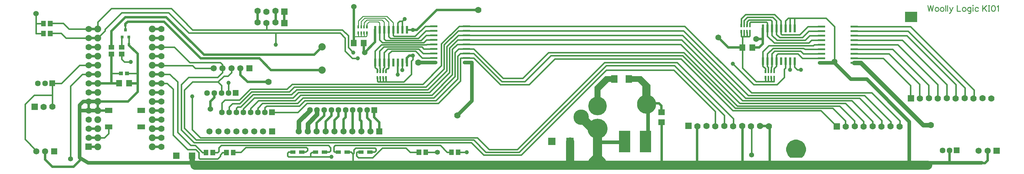
<source format=gbr>
G04 start of page 2 for group 0 idx 0 *
G04 Title: AYAB-RS_F, top *
G04 Creator: pcb 4.0.2 *
G04 CreationDate: Tue Aug 17 15:24:43 2021 UTC *
G04 For: tom *
G04 Format: Gerber/RS-274X *
G04 PCB-Dimensions (mil): 11000.00 1900.00 *
G04 PCB-Coordinate-Origin: lower left *
%MOIN*%
%FSLAX25Y25*%
%LNTOP*%
%ADD47C,0.1250*%
%ADD46C,0.0352*%
%ADD45C,0.0300*%
%ADD44C,0.0380*%
%ADD43C,0.0910*%
%ADD42C,0.0350*%
%ADD41C,0.1480*%
%ADD40C,0.0360*%
%ADD39C,0.1100*%
%ADD38C,0.0650*%
%ADD37C,0.0460*%
%ADD36C,0.0560*%
%ADD35C,0.2100*%
%ADD34C,0.0410*%
%ADD33C,0.0010*%
%ADD32C,0.0020*%
%ADD31C,0.0280*%
%ADD30C,0.0080*%
%ADD29C,0.0040*%
%ADD28C,0.1700*%
%ADD27C,0.2200*%
%ADD26C,0.2050*%
%ADD25C,0.0636*%
%ADD24C,0.0679*%
%ADD23C,0.0800*%
%ADD22C,0.0750*%
%ADD21C,0.0700*%
%ADD20C,0.0900*%
%ADD19C,0.1000*%
%ADD18C,0.0200*%
%ADD17C,0.0500*%
%ADD16C,0.0400*%
%ADD15C,0.0600*%
%ADD14C,0.0100*%
%ADD13C,0.0150*%
%ADD12C,0.0250*%
%ADD11C,0.0001*%
G54D11*G36*
X857500Y16000D02*X855000Y18500D01*
X853000Y23500D01*
Y26500D01*
X855000Y31500D01*
X857500Y34000D01*
X862500Y36000D01*
X865500D01*
X870500Y34000D01*
X873000Y31500D01*
X875000Y26500D01*
Y23500D01*
X873000Y18500D01*
X870500Y16000D01*
X857500D01*
G37*
G36*
X984000Y177000D02*X997500D01*
Y165500D01*
X984000D01*
Y177000D01*
G37*
G54D12*X95000Y148000D02*X85000D01*
X110000Y155500D02*Y137740D01*
G54D13*X95000Y148000D02*X103000Y156000D01*
G54D12*X139000Y130500D02*X129500Y140000D01*
Y141500D01*
G54D13*X129240Y149134D02*X129500Y148874D01*
Y141500D01*
X121760Y149134D02*X121500Y148874D01*
Y137740D01*
X95000Y165500D02*X110000Y180500D01*
X103000Y157500D02*X121500Y176000D01*
G54D12*X125500Y163500D02*X128000Y166000D01*
X125500Y171000D02*X110000Y155500D01*
G54D13*X103000Y156000D02*Y157500D01*
G54D12*X95000Y88000D02*X85000D01*
X95000Y108000D02*X85000D01*
X95000Y128000D02*X85000D01*
X95000Y138000D02*X85000D01*
Y118000D02*X95000D01*
G54D13*X65000Y95000D02*X78000Y108000D01*
X85000D01*
X55000Y98000D02*X75000Y118000D01*
X85000D01*
G54D12*X165000Y68000D02*X155000D01*
X165000Y58000D02*X155000D01*
X165000Y48000D02*X155000D01*
X165000Y28000D02*X155000D01*
X165000Y38000D02*X155000D01*
G54D13*X165500Y117500D02*X165000Y118000D01*
G54D12*X95055Y37945D02*X95000Y38000D01*
G54D13*X102500D01*
X107000Y42500D01*
G54D12*X85000Y78000D02*Y68000D01*
X95000Y78000D02*Y68000D01*
X85000Y78000D02*X84843Y78157D01*
G54D14*X95000Y68000D02*X95055Y68055D01*
G54D12*X107087D01*
X95000Y158000D02*X85000D01*
G54D13*X95000D02*Y165500D01*
X35260Y164393D02*X34867Y164000D01*
X27000D01*
Y153000D02*X35260D01*
X42740Y164393D02*X57107D01*
X63500Y158000D01*
X42740Y153393D02*X54607D01*
X63500Y158000D02*X84500D01*
X54607Y153393D02*X60000Y148000D01*
X85500D01*
X27000Y153000D02*Y175000D01*
X107000Y42500D02*Y50000D01*
X120457Y109000D02*X110000D01*
G54D12*Y129867D02*Y98000D01*
G54D13*X121500Y130260D02*Y124500D01*
X124500Y121500D01*
X127149Y109000D02*X139000D01*
G54D12*Y88500D02*Y109000D01*
Y130500D01*
G54D13*X124500Y121500D02*X131500D01*
G54D12*X85000Y98000D02*X118489D01*
X95000Y78000D02*X128500D01*
G54D13*X139000Y98000D02*X129511D01*
G54D12*X139000D02*X130000D01*
X128500Y78000D02*X139000Y88500D01*
G54D15*X199000Y18000D02*Y10000D01*
G54D13*X227000Y14500D02*X207500D01*
X206500Y15500D01*
X228500Y23000D02*X227000Y21500D01*
X232500D02*X230000Y19000D01*
Y17500D01*
X227000Y14500D01*
Y21500D02*X221740D01*
X206500Y15500D02*Y21500D01*
X203000Y25000D01*
X194000D01*
X210500Y21500D02*X214260D01*
X203500Y35500D02*X190500Y48500D01*
X194000Y25000D02*X178000Y41000D01*
X183000Y44000D02*X197500Y29500D01*
X202500D01*
X244240Y21893D02*X252893D01*
X236760D02*X236367Y21500D01*
X232500D01*
X228500Y27000D02*X231000Y29500D01*
X199000Y47000D02*X208000Y38000D01*
X187000Y46500D02*X201000Y32500D01*
X178000Y41000D02*Y91500D01*
X187000Y96500D02*Y46500D01*
X183000Y99500D02*Y44000D01*
X199000Y47000D02*Y83500D01*
X190500Y48500D02*Y90500D01*
X199500Y99500D01*
X227500D01*
X239000Y98500D02*Y88331D01*
X239500Y87831D01*
X227500Y99500D02*X231500Y95500D01*
Y87331D01*
X231000Y86831D01*
X247630Y66000D02*Y70630D01*
X239756Y66000D02*Y71756D01*
X243500Y75500D01*
X251500D01*
X235000Y79500D02*X251000D01*
X247630Y70630D02*X249000Y72000D01*
X252500D01*
G54D12*X223378Y87831D02*Y82378D01*
X219000Y78000D01*
Y69500D01*
G54D13*X231882Y66000D02*Y76382D01*
X235000Y79500D01*
G54D12*X165000Y118000D02*X155000D01*
X165000Y108000D02*X155000D01*
X165000Y98000D02*X155000D01*
X165000Y88000D02*X155000D01*
X165000Y78000D02*X155000D01*
G54D13*X178000Y91500D02*X171500Y98000D01*
X166000D01*
G54D12*X165000Y158000D02*X155000D01*
X271000Y176000D02*Y167000D01*
G54D13*X176000Y180500D02*X183000Y173500D01*
X173000Y176000D02*X195500Y153500D01*
X183000Y173500D02*X187000Y169500D01*
G54D12*X125500Y163500D02*Y161500D01*
G54D13*Y157007D02*Y163000D01*
X110000Y180500D02*X176000D01*
X121500Y176000D02*X173000D01*
G54D12*X128000Y166000D02*X168000D01*
X170500Y171000D02*X125500D01*
G54D13*X266000Y157000D03*
X199500D02*X266000D01*
X187000Y169500D02*X199500Y157000D01*
X165000Y108000D02*X174500D01*
X202500Y114500D02*X199500Y117500D01*
X165500D01*
X174500Y108000D02*X183000Y99500D01*
X187000Y96500D02*X195000Y104500D01*
X227000D01*
X222630Y114500D02*X202500D01*
G54D12*X165000Y148000D02*X155000D01*
X165000Y138000D02*X155000D01*
X165000Y128000D02*X155000D01*
X109607Y130260D02*X110000Y129867D01*
X168000Y166000D02*X208500Y125500D01*
X212000Y129500D02*X170500Y171000D01*
G54D13*X165000Y138000D02*X179500D01*
X196500Y121000D01*
X252500Y72000D02*X266000Y85500D01*
X251500Y75500D02*X264500Y88500D01*
X251000Y79500D02*X263000Y91500D01*
G54D12*X252157Y107343D02*X260000Y99500D01*
X283000D01*
G54D13*X227000Y104500D02*X232500Y110000D01*
Y114500D01*
G54D12*X252157D02*Y107343D01*
G54D13*X242315Y114500D02*Y109815D01*
X238500Y106000D01*
X234000D01*
X227500Y99500D01*
G54D12*X291000Y176000D02*Y166000D01*
G54D13*X281000D02*Y157000D01*
X232500Y114500D02*X233000Y115000D01*
G54D12*X232500Y125500D02*X273000D01*
X278000Y129500D02*X212000D01*
X273000Y125500D02*X285800Y112700D01*
X300500Y164500D02*Y177000D01*
G54D13*X232315Y115685D02*Y114500D01*
X232500Y118500D02*X232472Y114500D01*
G54D12*X208500Y125500D02*X232500D01*
D03*
G54D13*X196500Y121000D02*X230000D01*
X232500Y118500D01*
X291000Y140500D02*Y153500D01*
G54D12*X95000Y28000D02*X85000D01*
X95000Y38000D02*X85000D01*
Y48000D02*X95000D01*
G54D13*X65000Y14500D02*Y95000D01*
G54D16*X75000Y16000D02*X84400Y10100D01*
G54D12*X37000Y24000D02*Y14000D01*
X45000Y6000D01*
X68500D01*
X76750Y14250D01*
G54D16*X95000Y78000D02*X79000D01*
X95000Y68000D02*X75000D01*
X79000Y78000D02*X75000Y74000D01*
Y16000D02*Y74000D01*
G54D13*X27157Y24000D02*X15000Y36157D01*
Y75000D01*
X29126Y97000D02*X29000Y96874D01*
X15000Y75000D02*X25000Y85000D01*
X44874Y98000D02*X45000Y97874D01*
X44874Y98000D02*X55000D01*
X44874Y99000D02*X45185Y98689D01*
Y72172D01*
X25000Y85000D02*X45185D01*
G54D16*X701000Y75000D02*Y35000D01*
G54D12*X715607Y54989D02*X716000Y54596D01*
Y10000D01*
X715607Y66011D02*Y73393D01*
X713000Y76000D01*
X704500D01*
X696000Y97000D02*Y79500D01*
X697500Y77000D02*Y98000D01*
X696000Y79500D02*X698500Y77000D01*
X699500Y75000D02*X697500Y77000D01*
X698500D02*X702500Y81000D01*
Y95500D01*
X701000Y94000D02*Y84000D01*
X699500Y92000D02*Y75000D01*
G54D13*X733000Y121000D02*X795000Y59000D01*
X729500Y112500D02*X775000Y67000D01*
X785000Y62500D02*X730000Y117500D01*
X797000Y70500D02*X739000Y128500D01*
X740500Y132000D02*X799500Y73000D01*
X737500Y125000D02*X794500Y68000D01*
X802000Y76000D02*X737000Y141000D01*
X805000Y79000D02*X738000Y146000D01*
X804989Y137489D02*Y115011D01*
X811500Y84500D02*X740000Y156000D01*
X807000Y149500D02*X806850Y149650D01*
Y154500D01*
X805000Y149500D02*X804989Y137500D01*
G54D12*X778500Y148500D02*X789500Y137500D01*
X804989D01*
G54D13*X803701Y154500D02*Y149799D01*
X804000Y149500D01*
X810000D02*Y154500D01*
X653000Y121000D02*X733000D01*
X655000Y112500D02*X729500D01*
X730000Y117500D02*X655000D01*
G54D12*X689500Y103500D02*X696000Y97000D01*
X702500Y95500D02*X694500Y103500D01*
X693500Y104500D02*X698500Y99500D01*
X697500Y98000D02*X692000Y103500D01*
X690000D01*
X691500D01*
X680000D02*X689500D01*
X680000D02*X681000Y104500D01*
X693500D01*
X680000Y103500D02*Y101000D01*
X690500D01*
X699500Y92000D01*
X691500Y103500D02*X701000Y94000D01*
X664000Y103500D02*X661500Y101000D01*
X663500Y104000D02*Y103000D01*
X661000D01*
X660500Y102500D01*
X661500Y101000D02*X658000D01*
X657500D02*X662000D01*
X658000D02*X659500Y104500D01*
X663000D01*
X663500Y104000D01*
X665500Y104500D02*X654500D01*
X658000Y104000D02*X657500Y104500D01*
X655500D01*
X1072000Y10000D02*X1075000Y13000D01*
Y23000D02*Y13000D01*
X1068400Y10100D02*X1072000Y10000D01*
G54D13*X990000Y160500D02*X1060000Y90500D01*
Y81000D01*
X1050000D02*Y93000D01*
X1040000Y96500D02*Y81000D01*
X1030000D02*Y96500D01*
X1050000Y93000D02*X987500Y155500D01*
X986000Y150500D02*X1040000Y96500D01*
X1030000D02*X981000Y145500D01*
G54D17*X1001000Y55000D02*X1004000Y52000D01*
X1012500D01*
G54D13*X987500Y155500D02*X928000D01*
Y150500D02*X986000D01*
X981000Y145500D02*X928000D01*
Y140500D02*X976000D01*
X970500Y135500D02*X928000D01*
Y130500D02*X966500D01*
X1020000Y96500D02*Y81000D01*
X1010000D02*Y96000D01*
X1000000Y97000D02*Y81000D01*
X990000D02*Y95500D01*
X976000Y140500D02*X1020000Y96500D01*
X1010000Y96000D02*X970500Y135500D01*
X966500Y130500D02*X1000000Y97000D01*
X990000Y95500D02*X960000Y125500D01*
X928000Y160500D02*X990000D01*
G54D17*X928000Y120500D02*X935269Y120563D01*
G54D16*X942000Y102500D02*X924500D01*
X906000Y121000D01*
X988750Y55750D02*X942000Y102500D01*
G54D13*X918500Y51000D02*Y56500D01*
X904500Y70500D01*
X912000Y73000D02*X928500Y56500D01*
Y51000D01*
X938500D02*Y56000D01*
X918500Y76000D01*
G54D12*X825000Y51000D02*X835000D01*
G54D13*X775000Y67000D02*Y51000D01*
X785000D02*Y62500D01*
X795000Y59000D02*Y51000D01*
X815000D02*Y19000D01*
G54D12*X835000Y51000D02*Y11000D01*
X805000Y51000D02*Y11000D01*
X755000Y51000D02*Y11000D01*
G54D13*X904500Y70500D02*X797000D01*
X799500Y73000D02*X912000D01*
X918500Y76000D02*X802000D01*
X739000Y151000D02*X808500Y81500D01*
X741500Y161000D02*X815000Y87500D01*
X794500Y119500D02*X817500Y96500D01*
X804989Y115011D02*X820000Y100000D01*
X804000Y149500D02*X812500D01*
X813150Y150150D01*
Y154500D01*
X948500Y51000D02*Y56000D01*
X958500Y57000D02*Y51000D01*
X968500D02*Y55500D01*
X948500Y56000D02*X925500Y79000D01*
X934000Y81500D02*X958500Y57000D01*
X968500Y55500D02*X939500Y84500D01*
X925500Y79000D02*X805000D01*
X808500Y81500D02*X934000D01*
X939500Y84500D02*X811500D01*
X815000Y87500D02*X947500D01*
X978500Y56500D01*
Y51000D01*
X847500Y159700D02*Y152500D01*
X877000Y160500D02*X892000D01*
X868000Y151500D02*X877000Y160500D01*
X960000Y125500D02*X928000D01*
X832500Y159700D02*Y150000D01*
X842500Y159700D02*Y152000D01*
X837500Y159700D02*Y151000D01*
G54D12*X827500Y158600D02*Y141500D01*
X823500Y137500D01*
X816011D01*
X820000Y147000D02*X827500D01*
G54D13*X836650Y100150D02*Y104500D01*
X839800Y100000D02*Y100200D01*
Y104500D01*
X843000Y96500D02*X851000Y104500D01*
Y113500D01*
X852500Y115000D01*
Y122400D02*Y115000D01*
X817500Y96500D02*X843000D01*
X820000Y100000D02*X830351D01*
X832500Y150000D02*X840000Y142500D01*
X837500Y151000D02*X843000Y145500D01*
X827500Y123500D02*Y133000D01*
X834000Y139500D01*
X838700Y136700D02*X832500Y130500D01*
X840500Y133500D02*X837500Y130500D01*
X846000Y148500D02*X842500Y152000D01*
X889000Y135500D02*X874000D01*
X889000Y130500D02*X884000D01*
X877500D01*
X872000D01*
X869000Y133500D01*
X874000Y135500D02*X872000Y136700D01*
X871000Y125500D02*X892000D01*
G54D16*X906500Y120500D02*X892000D01*
X895000D02*X890000D01*
G54D13*X866000Y130500D02*X871000Y125500D01*
X862500D02*Y116000D01*
X865500Y113000D01*
X869500D01*
X857500Y125500D02*Y113000D01*
X832500Y130500D02*Y120400D01*
X833500Y112193D02*Y115500D01*
X832500Y116500D01*
Y120500D01*
X837500Y130500D02*Y120400D01*
X842500Y123000D02*Y129000D01*
X844000Y130500D01*
X837500Y122400D02*Y116500D01*
X836650Y115650D01*
Y111193D01*
X839800D02*Y114300D01*
X842500Y117000D01*
Y123000D01*
X827500Y123500D02*Y117000D01*
X830351Y114149D01*
Y111193D01*
Y104500D02*Y100149D01*
X830500Y100000D01*
X839800D01*
X833500D02*Y104500D01*
X836500Y100000D02*X836650Y100150D01*
X840000Y142500D02*X878000D01*
X843000Y145500D02*X874000D01*
X834000Y139500D02*X883000D01*
X871000Y148500D02*X846000D01*
X848500Y151500D02*X868000D01*
X883000Y139500D02*X884000Y140500D01*
X872000Y136700D02*X838700D01*
X869000Y133500D02*X840500D01*
X844000Y130500D02*X866000D01*
X878000Y142500D02*X881000Y145500D01*
X881400Y155500D02*X892000D01*
X874000Y145500D02*X879000Y150500D01*
X886000D01*
X897000Y170000D02*X906500Y160500D01*
Y120500D01*
X881000Y145500D02*X892000D01*
X889000Y150500D02*X885500D01*
X884000Y140500D02*X892000D01*
X862500Y170000D02*Y158600D01*
X857500D02*Y170000D01*
X897000D02*X855500D01*
X852500Y167000D01*
Y158600D01*
X847500Y152500D02*X848500Y151500D01*
X831500Y165500D02*X832500Y164500D01*
X837500Y166500D02*Y162000D01*
X842500Y167000D02*Y162000D01*
X832500Y164500D02*Y160000D01*
X836000Y168000D02*X837500Y166500D01*
X838500Y171000D02*X842500Y167000D01*
X840500Y174000D02*X847500Y167000D01*
Y162000D01*
X814000Y165500D02*X831500D01*
X812000Y168000D02*X836000D01*
X810500Y171000D02*X838500D01*
X808500Y174000D02*X840500D01*
X810000Y166000D02*X812000Y168000D01*
X813150Y161193D02*Y164650D01*
X814000Y165500D01*
X810000Y161193D02*Y166000D01*
X806850Y161193D02*Y167350D01*
X810500Y171000D01*
X803701Y161193D02*Y169201D01*
X808500Y174000D01*
X352500Y17000D02*X305000D01*
X358860Y22100D02*X355900D01*
X355000Y23000D01*
X329500Y20500D02*Y17000D01*
X324100Y22100D02*X326000Y24000D01*
Y26000D01*
X324800Y27200D01*
X349900Y22100D02*X351500Y23700D01*
Y27000D01*
X308860Y22100D02*X305100D01*
X304000Y21000D01*
Y18000D01*
X305000Y17000D01*
X367760Y22100D02*X373900D01*
X376000Y20000D01*
X343760Y22100D02*X349900D01*
X334000Y22000D02*X331000D01*
X329500Y20500D01*
X456240Y22393D02*X456633Y22000D01*
X462000D01*
X469000D01*
X203500Y35500D02*X509000D01*
X208000Y38000D02*X513000D01*
X201000Y32500D02*X506500D01*
X320760Y22100D02*X324100D01*
X408500Y26700D02*X434300D01*
X439000Y22000D01*
X351500Y27000D02*X349000Y29500D01*
X231000D02*X349000D01*
X202500D02*X210500Y21500D01*
X228500Y23000D02*Y27000D01*
X324800Y27200D02*X258200D01*
X252893Y21893D01*
X399900Y22100D02*X401500Y23700D01*
Y25700D01*
X400500Y26700D01*
X379200D01*
X377000Y24500D01*
G54D17*X336508Y63508D02*X326343Y53343D01*
X328634Y68000D02*X316500Y55866D01*
X336508Y68000D02*Y63508D01*
X316500Y55866D02*Y45000D01*
G54D12*X344382Y68000D02*Y62382D01*
X336185Y54185D01*
X352256Y68000D02*Y62256D01*
X346028Y56028D01*
Y45000D01*
X360130Y68000D02*Y61630D01*
X368004Y68000D02*Y60504D01*
X365713Y58213D01*
Y45000D01*
X375878Y68000D02*Y46378D01*
X360130Y61630D02*X355870Y57370D01*
X336185Y54185D02*Y45000D01*
G54D17*X326343Y53343D02*Y45000D01*
G54D16*X491000Y62500D02*X507000Y78500D01*
G54D13*X315500Y66000D02*X287000D01*
X281000Y73000D02*X317000D01*
X276500Y76000D02*X315000D01*
X279126Y66000D02*Y71126D01*
X281000Y73000D01*
X271252Y70752D02*X276500Y76000D01*
X279000Y66126D02*X279126Y66000D01*
X263500Y66500D02*X264000Y66000D01*
X271252D02*Y70752D01*
X263378Y66000D02*Y70378D01*
X272000Y79000D01*
X255504Y70004D02*X267500Y82000D01*
X272000Y79000D02*X312500D01*
X267500Y82000D02*X310000D01*
X266000Y85500D02*X308500D01*
X264500Y88500D02*X306000D01*
X263000Y91500D02*X303500D01*
X255504Y66000D02*Y70004D01*
X376000Y20000D02*Y10000D01*
X383860Y22100D02*X380600D01*
X380000Y21500D01*
Y18000D01*
X382000Y16000D01*
X376000Y20000D02*X377000Y21000D01*
G54D12*X355870Y57370D02*Y45000D01*
X385398Y56102D02*Y45000D01*
X375878Y46378D02*X375000Y45500D01*
G54D13*X393760Y22100D02*X399900D01*
X382000Y16000D02*X397800D01*
X408500Y26700D01*
X377000Y21000D02*Y24500D01*
X456500Y94000D02*X311500D01*
X314000Y91000D02*X458500D01*
X460500Y88000D02*X316000D01*
X306000Y88500D02*X311500Y94000D01*
X453000Y97000D02*X309000D01*
X303500Y91500D02*X309000Y97000D01*
G54D12*X399500Y68000D02*Y60500D01*
X405083Y54917D01*
Y45000D01*
X391626Y68000D02*Y59874D01*
X395240Y56260D01*
Y45000D01*
X383752Y68000D02*Y57748D01*
X385398Y56102D01*
G54D13*X318500Y85000D02*X463000D01*
X465000Y82000D02*X321000D01*
X467500Y79000D02*X323000D01*
X470000Y76000D02*X325500D01*
X315000D02*X321000Y82000D01*
X312500Y79000D02*X318500Y85000D01*
X315500Y66000D02*X325500Y76000D01*
X317000Y73000D02*X323000Y79000D01*
X310000Y82000D02*X316000Y88000D01*
X308500Y85500D02*X314000Y91000D01*
G54D12*X285800Y112700D02*X342000D01*
G54D13*X402953Y111000D02*Y113147D01*
Y104307D02*X402900Y104254D01*
Y100500D01*
X403800Y99600D01*
X406200D02*X406102Y99698D01*
Y104307D01*
X403800Y99600D02*X432200D01*
X440500Y107900D01*
X409200Y99600D02*X409252Y99652D01*
Y104307D01*
X412400Y99600D02*X412402Y99602D01*
Y104307D01*
X462000Y136000D02*X454200D01*
X452000Y138200D01*
X444900Y133600D02*X452500Y126000D01*
X453400Y131000D02*X448500Y135900D01*
X462000Y131000D02*X453400D01*
X495000Y126000D02*X509000D01*
G54D16*X506500Y121000D02*X499000D01*
X462000D02*X467000D01*
G54D13*X495000Y126000D02*X494500Y125500D01*
X493000Y161000D02*X473500Y141500D01*
X498000Y156000D02*X492000D01*
X476500Y140500D01*
X479500Y138500D02*X492000Y151000D01*
X498000Y146000D02*X491500D01*
X491000Y141000D02*X501000D01*
X492000Y151000D02*X501000D01*
X491500Y146000D02*X482500Y137000D01*
X485500Y135500D02*X491000Y141000D01*
X492500Y136000D02*X488500Y132000D01*
X491500Y128000D02*X494500Y131000D01*
G54D12*X468500Y179000D02*X513500D01*
G54D13*X452500Y126000D02*X465000D01*
X473500Y117500D02*X453000Y97000D01*
X482500Y110000D02*X460500Y88000D01*
X463000Y85000D02*X485500Y107500D01*
X488500Y105500D02*X465000Y82000D01*
X467500Y79000D02*X491500Y103000D01*
X494500Y100500D02*X470000Y76000D01*
G54D16*X507000Y78500D02*Y121000D01*
G54D13*X476500Y114000D02*X456500Y94000D01*
X458500Y91000D02*X479500Y112000D01*
X491500Y103000D02*Y128000D01*
X488500Y132000D02*Y105500D01*
X485500Y107500D02*Y135500D01*
X494500Y125500D02*Y100500D01*
X482500Y137000D02*Y110000D01*
X479500Y112000D02*Y138500D01*
X476500Y140500D02*Y114000D01*
X473500Y141500D02*Y117500D01*
X462000Y151000D02*X458500D01*
X456400Y156000D02*X465000D01*
X455600Y161000D02*X465000D01*
X457000Y146000D02*X465000D01*
X456700Y151000D02*X459000D01*
X457000Y140500D02*X457500Y141000D01*
X465000D01*
X454000Y143000D02*X457000Y146000D01*
X451000Y145300D02*X456700Y151000D01*
X449000Y148600D02*X456400Y156000D01*
X445500Y150900D02*X455600Y161000D01*
X448950Y148550D02*X448000Y147600D01*
X444500Y149900D02*X446100Y151500D01*
X435500Y160200D02*Y157000D01*
X433000Y169000D02*X430500Y166500D01*
Y157100D01*
G54D18*X435600Y157000D02*X442000D01*
G54D12*X446500D01*
G54D16*X465000Y121000D02*X448000D01*
G54D13*X430500Y112500D02*Y120900D01*
X440500Y107900D02*Y122700D01*
X442000Y124200D01*
Y128500D01*
G54D12*X438000D01*
X435500Y126000D01*
Y120900D01*
G54D13*Y157100D02*X435600Y157000D01*
X266000D02*X364500D01*
G54D12*X278000Y129500D02*X333350Y129650D01*
X342000Y138300D01*
G54D14*X388300Y149800D02*Y153614D01*
G54D12*X389000Y132000D02*X400500Y143500D01*
G54D14*X385000Y149500D02*X385150Y149650D01*
X382000Y149500D02*X382001Y149501D01*
G54D13*X371000Y150500D02*Y137500D01*
X376500Y132000D01*
D03*
X367500Y148000D02*Y133500D01*
G54D14*X385150Y149650D02*Y153614D01*
X382001Y149501D02*Y153614D01*
G54D13*X364500Y157000D02*X371000Y150500D01*
X362000Y153500D02*X367500Y148000D01*
G54D12*X389000Y132000D02*X388011Y132989D01*
Y139700D01*
G54D14*X391450Y153614D02*X391500Y153564D01*
Y150500D01*
X390500Y149500D01*
X388000D02*X388300Y149800D01*
X390500Y149500D02*X378000D01*
X376989Y148489D01*
Y142500D01*
G54D13*X367500Y133500D02*X375500Y125500D01*
X381500D01*
X421500Y149900D02*X444500D01*
X407500Y140500D02*X457000D01*
X452000Y138200D02*X410200D01*
X448500Y135900D02*X414400D01*
X418600Y133600D02*X444900D01*
X400500Y124000D02*Y133500D01*
X405500D02*Y120900D01*
X410500Y132000D02*Y120900D01*
X415500Y124000D02*Y130500D01*
X418600Y133600D01*
X400500Y133500D02*X407500Y140500D01*
X410200Y138200D02*X405500Y133500D01*
X414400Y135900D02*X410500Y132000D01*
G54D18*X425500Y120900D02*Y114500D01*
G54D13*X405600Y114400D02*Y116000D01*
D03*
Y118602D01*
X402953Y113147D02*X400500Y115600D01*
Y120900D01*
X409252Y114252D02*X410600Y115600D01*
Y116400D01*
D03*
Y118602D01*
X413600Y114400D02*X414800D01*
X415500Y115100D01*
Y120900D01*
G54D18*X425500Y114500D02*Y107500D01*
G54D13*X406102Y111000D02*X406200Y111098D01*
Y113800D01*
X405600Y114400D01*
X409252Y111000D02*Y114252D01*
X412402Y111000D02*X412400Y111002D01*
Y113200D01*
X413600Y114400D01*
G54D14*X391450Y160307D02*X391500Y160357D01*
G54D12*X400500Y143500D02*Y157100D01*
G54D14*X391500Y160357D02*Y163500D01*
X388300Y160307D02*Y164800D01*
X391500Y168000D01*
Y163500D02*X394000Y166000D01*
X404000D01*
X391500Y168000D02*X408000D01*
X389000Y170000D02*X411000D01*
X387000Y172000D02*X413500D01*
X385150Y160307D02*Y166150D01*
X382001Y160307D02*Y167001D01*
X385150Y166150D02*X389000Y170000D01*
X382001Y167001D02*X387000Y172000D01*
G54D12*X376989Y142500D02*X377000Y182500D01*
G54D14*X404000Y166000D02*X405500Y164500D01*
Y158500D01*
X408000Y168000D02*X410500Y165500D01*
Y157500D01*
X411000Y170000D02*X415500Y165500D01*
X413500Y172000D02*X420500Y165000D01*
Y159500D01*
X415500Y165500D02*Y159000D01*
G54D12*X446500Y157000D02*X468500Y179000D01*
G54D13*X430500Y166500D02*X427500D01*
X425500Y164500D01*
Y157100D01*
G54D12*X645500Y48000D02*X643000Y45500D01*
G54D13*X355000Y23000D02*Y28000D01*
X356500Y29500D01*
X472240D01*
G54D16*X84400Y10100D02*X1068400D01*
G54D19*X1009000Y7500D02*X202000D01*
G54D13*X472240Y29500D02*X479740Y22000D01*
X484500D01*
X520000Y19000D02*X561500D01*
X526000Y25000D02*X557000D01*
X501500Y22000D02*X491980D01*
X506500Y32500D02*X520000Y19000D01*
X559000Y22000D02*X522500D01*
X509000Y35500D01*
X513000Y38000D02*X526000Y25000D01*
X439000Y22000D02*X448760D01*
G54D16*X645500Y33000D02*X668000D01*
G54D12*X1032874Y23500D02*X1033000Y23374D01*
Y10000D01*
G54D16*X988750Y55750D02*Y9250D01*
X988500Y9000D01*
X675100Y33000D02*X645500D01*
G54D13*X563000Y103500D02*X591500Y132000D01*
X594000Y128500D02*X565500Y100000D01*
G54D17*X935436Y120564D02*X1001000Y55000D01*
G54D13*X598500Y125000D02*X737500D01*
X570000Y96500D02*X598500Y125000D01*
X891500Y68000D02*X908500Y51000D01*
X794500Y68000D02*X891500D01*
X540000Y100000D02*X509000Y131000D01*
Y136000D02*X541500Y103500D01*
X563000D01*
X538500Y96500D02*X509000Y126000D01*
X491000Y141000D02*X737000D01*
X738000Y146000D02*X491500D01*
X492000Y151000D02*X739000D01*
X740000Y156000D02*X492000D01*
X493000Y161000D02*X741500D01*
X591500Y132000D02*X740500D01*
X739000Y128500D02*X594000D01*
X565500Y100000D02*X540000D01*
X538500Y96500D02*X570000D01*
X195500Y153500D02*X362000D01*
G54D12*X645500Y48000D02*X648000Y45500D01*
G54D19*X645500Y48000D02*Y11500D01*
X645000Y11000D01*
X645500Y48000D02*Y16500D01*
Y48000D02*Y15500D01*
Y16500D02*X640000Y11000D01*
X645500Y15500D02*X650000Y11000D01*
G54D16*X645500Y48000D02*X646000Y47500D01*
G54D19*X627500Y60500D02*X641500Y46500D01*
X647000D01*
G54D20*X615000Y34000D02*Y9500D01*
G54D12*X645500Y89000D02*X657500Y101000D01*
X654500Y104500D02*X643500Y93500D01*
G54D13*X561500Y19000D02*X655000Y112500D01*
Y117500D02*X559000Y22000D01*
X557000Y25000D02*X653000Y121000D01*
G54D12*X645500Y73000D02*Y94500D01*
X643500Y93500D02*Y79500D01*
X645500Y77500D01*
X647500Y79500D01*
Y93500D01*
X658000Y104000D01*
X655500Y104500D02*X645500Y94500D01*
G54D13*X494500Y131000D02*X509000D01*
X492500Y136000D02*X509000D01*
X405500Y160200D02*Y146000D01*
X871000Y148500D02*X878000Y155500D01*
X881500D01*
X405500Y146000D02*X408500Y143000D01*
X410500Y160200D02*Y146800D01*
X412000Y145300D01*
X408500Y143000D02*X454000D01*
X412000Y145300D02*X451000D01*
X448000Y147600D02*X417500D01*
X415500Y160200D02*Y149600D01*
X420500Y160200D02*Y150900D01*
X417500Y147600D02*X415500Y149600D01*
X420500Y150900D02*X421500Y149900D01*
G54D14*X1009000Y183900D02*X1010523Y177500D01*
X1012048Y183900D02*X1010523Y177500D01*
X1012048Y183900D02*X1013571Y177500D01*
X1015094Y183900D02*X1013571Y177500D01*
X1018538Y181767D02*X1017926Y181465D01*
X1017317Y180855D01*
X1017014Y179942D01*
Y179330D01*
X1017317Y178417D01*
X1017926Y177807D01*
X1018538Y177502D01*
X1019451D01*
X1020061Y177807D01*
X1020669Y178417D01*
X1020974Y179330D01*
Y179942D02*Y179330D01*
Y179942D02*X1020669Y180855D01*
X1020061Y181465D01*
X1019451Y181767D01*
X1018538D02*X1019451D01*
X1024418D02*X1023806Y181465D01*
X1023197Y180855D01*
X1022894Y179942D01*
Y179330D01*
X1023197Y178417D01*
X1023806Y177807D01*
X1024418Y177502D01*
X1025331D01*
X1025941Y177807D01*
X1026549Y178417D01*
X1026854Y179330D01*
Y179942D02*Y179330D01*
Y179942D02*X1026549Y180855D01*
X1025941Y181465D01*
X1025331Y181767D01*
X1024418D02*X1025331D01*
X1028774Y183900D02*Y177500D01*
X1030694Y183900D02*Y177500D01*
X1032918Y181767D02*X1034747Y177502D01*
X1036576Y181767D02*X1034747Y177502D01*
X1034138Y176284D01*
X1033530Y175673D01*
X1032918Y175367D01*
X1032614D02*X1032918D01*
X1041376Y183900D02*Y177500D01*
X1045032D01*
X1048475Y181767D02*X1047864Y181465D01*
X1047254Y180855D01*
X1046952Y179942D01*
Y179330D01*
X1047254Y178417D01*
X1047864Y177807D01*
X1048475Y177502D01*
X1049389D01*
X1049998Y177807D01*
X1050606Y178417D01*
X1050912Y179330D01*
Y179942D02*Y179330D01*
Y179942D02*X1050606Y180855D01*
X1049998Y181465D01*
X1049389Y181767D01*
X1048475D02*X1049389D01*
X1056490D02*Y176894D01*
X1056184Y175978D01*
X1055878Y175673D01*
X1055270Y175370D01*
X1054355D02*X1055270D01*
X1054355D02*X1053747Y175673D01*
X1056490Y180855D02*X1055878Y181465D01*
X1055270Y181767D01*
X1054355D02*X1055270D01*
X1054355D02*X1053747Y181465D01*
X1053136Y180855D01*
X1052832Y179942D01*
Y179330D01*
X1053136Y178417D01*
X1053747Y177807D01*
X1054355Y177502D01*
X1055270D01*
X1055878Y177807D01*
X1056490Y178417D01*
X1058714Y181782D02*Y177516D01*
X1058410Y183916D02*X1058714Y183610D01*
X1059019Y183916D01*
X1058714Y184220D01*
X1058410Y183916D01*
X1064597Y180855D02*X1063986Y181465D01*
X1063378Y181767D01*
X1062462D02*X1063378D01*
X1062462D02*X1061854Y181465D01*
X1061243Y180855D01*
X1060939Y179942D01*
Y179330D01*
X1061243Y178417D01*
X1061854Y177807D01*
X1062462Y177502D01*
X1063378D01*
X1063986Y177807D01*
X1064597Y178417D01*
X1069397Y183900D02*Y177500D01*
X1073662Y183900D02*X1069397Y179633D01*
X1070920Y181156D02*X1073662Y177500D01*
X1075582Y183900D02*X1077182D01*
X1076382D02*Y177500D01*
X1075582D02*X1077182D01*
X1080931Y183900D02*X1080018Y183596D01*
X1079406Y182682D01*
X1079102Y181159D01*
Y180244D01*
X1079406Y178719D01*
X1080018Y177806D01*
X1080931Y177500D01*
X1081541D01*
X1082454Y177806D01*
X1083064Y178719D01*
X1083370Y180244D01*
Y181159D02*Y180244D01*
Y181159D02*X1083064Y182682D01*
X1082454Y183596D01*
X1081541Y183900D01*
X1080931D02*X1081541D01*
X1085290Y182682D02*X1085898Y182986D01*
X1086813Y183900D01*
Y177500D01*
G54D21*X165000Y118000D03*
Y108000D03*
Y98000D03*
Y88000D03*
Y78000D03*
Y68000D03*
Y58000D03*
Y48000D03*
Y38000D03*
Y28000D03*
G54D11*G36*
X195500Y21500D02*Y14500D01*
X202500D01*
Y21500D01*
X195500D01*
G37*
G36*
X178000D02*Y14500D01*
X185000D01*
Y21500D01*
X178000D01*
G37*
G54D22*X155000Y108000D03*
Y98000D03*
Y88000D03*
Y78000D03*
Y68000D03*
Y58000D03*
Y48000D03*
Y38000D03*
Y28000D03*
G54D11*G36*
X297000Y180500D02*Y173500D01*
X304000D01*
Y180500D01*
X297000D01*
G37*
G36*
Y168000D02*Y161000D01*
X304000D01*
Y168000D01*
X297000D01*
G37*
G54D21*X290657Y177787D03*
Y165287D03*
X280815Y177000D03*
Y164500D03*
X270972Y177787D03*
Y165287D03*
G54D23*X342000Y138300D03*
G54D11*G36*
X258606Y117894D02*Y111106D01*
X265394D01*
Y117894D01*
X258606D01*
G37*
G54D24*X252157Y114500D03*
X242315D03*
X232472D03*
X222630D03*
G54D23*X342000Y112700D03*
G54D11*G36*
X283606Y48394D02*Y41606D01*
X290394D01*
Y48394D01*
X283606D01*
G37*
G54D24*X277157Y45000D03*
X267315D03*
X257472D03*
X247630D03*
X237787D03*
X227945D03*
X218102D03*
G54D11*G36*
X283819Y69181D02*Y62819D01*
X290181D01*
Y69181D01*
X283819D01*
G37*
G54D25*X279126Y66000D03*
X271252D03*
X336508Y68500D03*
X328634D03*
X263378Y66000D03*
X255504D03*
X247630D03*
X239756D03*
X231882D03*
G54D11*G36*
X243819Y90512D02*Y84150D01*
X250181D01*
Y90512D01*
X243819D01*
G37*
G54D25*X239126Y87331D03*
X231252D03*
X223378D03*
X215504D03*
G54D21*X85000Y108000D03*
Y118000D03*
Y128000D03*
Y138000D03*
Y148000D03*
Y158000D03*
Y58000D03*
Y68000D03*
Y78000D03*
Y88000D03*
G54D11*G36*
X81500Y31500D02*Y24500D01*
X88500D01*
Y31500D01*
X81500D01*
G37*
G54D21*X85000Y38000D03*
G54D22*X95000Y28000D03*
Y38000D03*
G54D21*X85000Y48000D03*
G54D22*X95000D03*
Y58000D03*
Y68000D03*
G54D11*G36*
X22000Y75672D02*Y68672D01*
X29000D01*
Y75672D01*
X22000D01*
G37*
G54D21*X35343Y71778D03*
X45185Y72172D03*
G54D11*G36*
X43606Y26394D02*Y19606D01*
X50394D01*
Y26394D01*
X43606D01*
G37*
G36*
X41693Y101181D02*Y94819D01*
X48055D01*
Y101181D01*
X41693D01*
G37*
G54D25*X37000Y98000D03*
X29126D03*
G54D24*X37157Y23000D03*
X27315D03*
G54D21*X165000Y158000D03*
Y148000D03*
Y138000D03*
G54D22*X155000Y158000D03*
Y148000D03*
Y138000D03*
G54D21*X165000Y128000D03*
G54D22*X155000D03*
Y118000D03*
G54D21*X85000Y98000D03*
G54D22*X95000Y78000D03*
Y88000D03*
Y98000D03*
Y108000D03*
Y118000D03*
Y128000D03*
Y138000D03*
Y148000D03*
Y158000D03*
G54D26*X645500Y73000D03*
G54D27*Y48000D03*
G54D28*X627500Y60500D03*
G54D11*G36*
X396319Y71681D02*Y65319D01*
X402681D01*
Y71681D01*
X396319D01*
G37*
G54D25*X391626Y68500D03*
X383752D03*
X375878D03*
X368004D03*
X360130D03*
X352256D03*
X344382D03*
G54D11*G36*
X401690Y48394D02*Y41606D01*
X408477D01*
Y48394D01*
X401690D01*
G37*
G36*
X611000Y38000D02*Y30000D01*
X619000D01*
Y38000D01*
X611000D01*
G37*
G36*
X591000D02*Y30000D01*
X599000D01*
Y38000D01*
X591000D01*
G37*
G54D24*X395240Y45000D03*
X385398D03*
X375555D03*
X365713D03*
X355870D03*
X346028D03*
X336185D03*
X326343D03*
X316500D03*
G54D11*G36*
X1081449Y26894D02*Y20106D01*
X1088236D01*
Y26894D01*
X1081449D01*
G37*
G54D24*X1075000Y23500D03*
X1065158D03*
G54D11*G36*
X1037819Y27181D02*Y20819D01*
X1044181D01*
Y27181D01*
X1037819D01*
G37*
G54D25*X1033126Y24000D03*
X1025252D03*
G54D11*G36*
X742130Y54500D02*Y47500D01*
X749130D01*
Y54500D01*
X742130D01*
G37*
G54D21*X755473Y50606D03*
X765315Y51000D03*
X775158Y50606D03*
X785000Y51000D03*
X794843Y50606D03*
X804685Y51000D03*
X814528Y50606D03*
X824370Y51000D03*
X834213Y50606D03*
G54D11*G36*
X987130Y85000D02*Y78000D01*
X994130D01*
Y85000D01*
X987130D01*
G37*
G54D21*X1000473Y81106D03*
X1010315Y81500D03*
X1020158Y81106D03*
X1030000Y81500D03*
X1039843Y81106D03*
X1049685Y81500D03*
X1059528Y81106D03*
X1069370Y81500D03*
X1079213Y81106D03*
G54D11*G36*
X905500Y54000D02*Y47000D01*
X912500D01*
Y54000D01*
X905500D01*
G37*
G54D21*X918843Y50106D03*
X928685Y50500D03*
X938528Y50106D03*
X948370Y50500D03*
X958213Y50106D03*
X968055Y50500D03*
X977898Y50106D03*
G54D11*G36*
X667500Y107000D02*X660500D01*
Y98500D01*
X667500D01*
Y107000D01*
G37*
G36*
X683500D02*X676500D01*
Y98500D01*
X683500D01*
Y107000D01*
G37*
G36*
X712458Y58138D02*Y51840D01*
X719542D01*
Y58138D01*
X712458D01*
G37*
G36*
Y69160D02*Y62862D01*
X719542D01*
Y69160D01*
X712458D01*
G37*
G36*
X704350Y45450D02*X692050D01*
Y21950D01*
X704350D01*
Y45450D01*
G37*
G36*
X681350D02*X669050D01*
Y21950D01*
X681350D01*
Y45450D01*
G37*
G36*
X888000Y161500D02*Y159500D01*
X896000D01*
Y161500D01*
X888000D01*
G37*
G36*
Y156500D02*Y154500D01*
X896000D01*
Y156500D01*
X888000D01*
G37*
G36*
Y151500D02*Y149500D01*
X896000D01*
Y151500D01*
X888000D01*
G37*
G36*
Y146500D02*Y144500D01*
X896000D01*
Y146500D01*
X888000D01*
G37*
G36*
X924000D02*Y144500D01*
X932000D01*
Y146500D01*
X924000D01*
G37*
G36*
Y151500D02*Y149500D01*
X932000D01*
Y151500D01*
X924000D01*
G37*
G36*
Y156500D02*Y154500D01*
X932000D01*
Y156500D01*
X924000D01*
G37*
G36*
Y161500D02*Y159500D01*
X932000D01*
Y161500D01*
X924000D01*
G37*
G36*
X888000Y141500D02*Y139500D01*
X896000D01*
Y141500D01*
X888000D01*
G37*
G36*
X924000D02*Y139500D01*
X932000D01*
Y141500D01*
X924000D01*
G37*
G36*
X888000Y136500D02*Y134500D01*
X896000D01*
Y136500D01*
X888000D01*
G37*
G36*
X924000D02*Y134500D01*
X932000D01*
Y136500D01*
X924000D01*
G37*
G36*
X888000Y131500D02*Y129500D01*
X896000D01*
Y131500D01*
X888000D01*
G37*
G36*
Y126500D02*Y124500D01*
X896000D01*
Y126500D01*
X888000D01*
G37*
G36*
Y121500D02*Y119500D01*
X896000D01*
Y121500D01*
X888000D01*
G37*
G36*
X924000D02*Y119500D01*
X932000D01*
Y121500D01*
X924000D01*
G37*
G36*
Y126500D02*Y124500D01*
X932000D01*
Y126500D01*
X924000D01*
G37*
G36*
Y131500D02*Y129500D01*
X932000D01*
Y131500D01*
X924000D01*
G37*
G36*
X863700Y162900D02*X861300D01*
Y154300D01*
X863700D01*
Y162900D01*
G37*
G36*
X858700D02*X856300D01*
Y154300D01*
X858700D01*
Y162900D01*
G37*
G36*
X853700D02*X851300D01*
Y154300D01*
X853700D01*
Y162900D01*
G37*
G36*
X848700D02*X846300D01*
Y154300D01*
X848700D01*
Y162900D01*
G37*
G36*
X843700D02*X841300D01*
Y154300D01*
X843700D01*
Y162900D01*
G37*
G36*
X838700D02*X836300D01*
Y154300D01*
X838700D01*
Y162900D01*
G37*
G36*
X833700D02*X831300D01*
Y154300D01*
X833700D01*
Y162900D01*
G37*
G36*
X828700D02*X826300D01*
Y154300D01*
X828700D01*
Y162900D01*
G37*
G36*
X814036Y156772D02*X812264D01*
Y153228D01*
X814036D01*
Y156772D01*
G37*
G36*
Y163465D02*X812264D01*
Y159921D01*
X814036D01*
Y163465D01*
G37*
G36*
X810886D02*X809114D01*
Y159921D01*
X810886D01*
Y163465D01*
G37*
G36*
X807736D02*X805964D01*
Y159921D01*
X807736D01*
Y163465D01*
G37*
G36*
X804587D02*X802815D01*
Y159921D01*
X804587D01*
Y163465D01*
G37*
G36*
X810886Y156772D02*X809114D01*
Y153228D01*
X810886D01*
Y156772D01*
G37*
G36*
X807736D02*X805964D01*
Y153228D01*
X807736D01*
Y156772D01*
G37*
G36*
X804587D02*X802815D01*
Y153228D01*
X804587D01*
Y156772D01*
G37*
G36*
X828700Y126700D02*X826300D01*
Y118100D01*
X828700D01*
Y126700D01*
G37*
G36*
X808138Y141042D02*X801840D01*
Y133958D01*
X808138D01*
Y141042D01*
G37*
G36*
X819160D02*X812862D01*
Y133958D01*
X819160D01*
Y141042D01*
G37*
G36*
X833700Y126700D02*X831300D01*
Y118100D01*
X833700D01*
Y126700D01*
G37*
G36*
X838700D02*X836300D01*
Y118100D01*
X838700D01*
Y126700D01*
G37*
G36*
X843700D02*X841300D01*
Y118100D01*
X843700D01*
Y126700D01*
G37*
G36*
X848700D02*X846300D01*
Y118100D01*
X848700D01*
Y126700D01*
G37*
G36*
X853700D02*X851300D01*
Y118100D01*
X853700D01*
Y126700D01*
G37*
G36*
X858700D02*X856300D01*
Y118100D01*
X858700D01*
Y126700D01*
G37*
G36*
X863700D02*X861300D01*
Y118100D01*
X863700D01*
Y126700D01*
G37*
G36*
X840686Y106272D02*X838914D01*
Y102728D01*
X840686D01*
Y106272D01*
G37*
G36*
Y112965D02*X838914D01*
Y109421D01*
X840686D01*
Y112965D01*
G37*
G36*
X837536Y106272D02*X835764D01*
Y102728D01*
X837536D01*
Y106272D01*
G37*
G36*
Y112965D02*X835764D01*
Y109421D01*
X837536D01*
Y112965D01*
G37*
G36*
X834386Y106272D02*X832614D01*
Y102728D01*
X834386D01*
Y106272D01*
G37*
G36*
Y112965D02*X832614D01*
Y109421D01*
X834386D01*
Y112965D01*
G37*
G36*
X831237Y106272D02*X829465D01*
Y102728D01*
X831237D01*
Y106272D01*
G37*
G36*
Y112965D02*X829465D01*
Y109421D01*
X831237D01*
Y112965D01*
G37*
G54D29*X857235Y18405D02*X858624Y20430D01*
X858515Y20635D02*X858624Y20430D01*
G54D30*X857805Y18275D02*X859155Y20395D01*
X857805Y18275D02*X859665Y19615D01*
G54D31*X858325Y24465D02*X859925Y20865D01*
G54D29*X857235Y18405D02*X857905Y17735D01*
X859925Y19115D01*
X860465Y18785D01*
X861545Y21375D01*
G54D30*X860135Y19330D02*X861015Y21340D01*
G54D29*X857855Y21895D02*X858515Y20635D01*
X861135Y21705D02*X861545Y21375D01*
X860535Y22515D02*X861135Y21705D01*
X860145Y23455D02*X860535Y22515D01*
X860010Y24480D02*X860145Y23455D01*
X860010Y24480D02*X860085Y25265D01*
X860325Y26015D01*
X860705Y26735D01*
X861505Y30515D02*X863045Y30995D01*
X860075Y29775D02*X861505Y30515D01*
X857915Y31256D02*X860075Y29775D01*
G54D30*X857825Y30745D02*X859885Y29395D01*
G54D29*X857245Y30595D02*X857915Y31256D01*
X857245Y30595D02*X858685Y28405D01*
G54D30*X857825Y30745D02*X859325Y28415D01*
G54D29*X857415Y25435D02*X857905Y26965D01*
X857365Y23575D02*X857685Y22465D01*
X857855Y21895D01*
X854905Y24975D02*X857415Y25435D01*
X854905Y24025D02*X857365Y23575D01*
G54D30*X855225Y24545D02*X857435Y23845D01*
X855225Y24565D02*X857525Y24965D01*
G54D29*X854905Y24975D02*Y24025D01*
X857918Y27005D02*X858685Y28405D01*
X857918Y27005D02*X857925Y27025D01*
X857905Y26965D02*X857925Y27025D01*
G54D31*X858325Y24465D02*X860125Y28365D01*
G54D29*X860705Y26735D02*X861105Y27215D01*
X861725Y27755D01*
X862445Y28155D01*
X863225Y28395D01*
X864005Y28475D01*
X864785Y28395D01*
G54D31*X860125Y28365D02*X863925Y30165D01*
G54D29*X864785Y28395D02*X865525Y28175D01*
X866235Y27795D01*
X866745Y27355D01*
X867305Y26725D01*
X867655Y26085D01*
X867905Y25305D01*
X867995Y24515D01*
X869295Y28445D02*X870085Y27015D01*
X867855Y23465D02*X867995Y24515D01*
X867475Y22525D02*X867855Y23465D01*
X866865Y21705D02*X867475Y22525D01*
X866465Y21345D02*X866865Y21705D01*
G54D31*X868125Y28365D02*X869725Y24465D01*
X868125Y20665D02*X869725Y24465D01*
G54D29*X866465Y21345D02*X867531Y18789D01*
G54D30*X866915Y21300D02*X867725Y19450D01*
G54D29*X867531Y18789D02*X868085Y19116D01*
X870085Y17735D01*
X870765Y18405D01*
X869395Y20426D02*X870765Y18405D01*
X869395Y20426D02*X870155Y21925D01*
G54D30*X867945Y19750D02*X870135Y18345D01*
X868795Y20570D02*X870135Y18345D01*
G54D29*X870155Y21925D02*X870645Y23565D01*
X873085Y24025D01*
X873094Y24975D01*
G54D30*X870415Y24070D02*X872675Y24490D01*
X870284Y25037D02*X872675Y24490D01*
G54D29*X870595Y25435D02*X873094Y24975D01*
X870085Y27015D02*X870595Y25435D01*
X869295Y28445D02*X870765Y30585D01*
X870085Y31255D02*X870765Y30585D01*
X867925Y29778D02*X870085Y31255D01*
X866515Y30515D02*X867925Y29778D01*
G54D31*X863925Y30165D02*X868125Y28365D01*
G54D29*X864965Y30985D02*X866515Y30515D01*
X864475Y33585D02*X864965Y30985D01*
X863525Y33585D02*X864475D01*
X863045Y30995D02*X863525Y33585D01*
G54D30*X863925Y33305D02*X864485Y30775D01*
X863335Y30835D02*X863925Y33305D01*
X868775Y28525D02*X870095Y30595D01*
X867795Y29325D02*X870095Y30595D01*
G54D32*X991400Y167050D02*X991584Y167277D01*
X991584Y167278D02*X991709Y167501D01*
G54D33*X991440Y167010D02*X991630Y167260D01*
G54D32*X991270Y167130D02*X991302Y167218D01*
X991292Y167193D02*X991410Y167800D01*
X991180Y166900D02*X991450Y167220D01*
G54D33*X991140Y166840D02*X991240Y166790D01*
X991250D02*X991330Y166880D01*
X991440Y167010D01*
G54D32*X991250Y167060D02*X991270Y167130D01*
G54D33*X991150Y167009D02*X991229Y167140D01*
X991020Y166911D02*X991133Y166978D01*
X991059Y166935D02*X991127Y166987D01*
X990871Y166853D02*X991011Y166901D01*
X990960Y166860D02*X991130Y166850D01*
X990860Y166858D02*X990940Y166873D01*
X991101Y166949D01*
X990912Y166848D02*X991020Y166860D01*
X991060Y166854D02*X991210Y166820D01*
X990689Y166866D02*X990806Y166853D01*
X990778Y166851D02*X990925Y166866D01*
X990800Y166820D02*X990960Y166860D01*
G54D32*X993134Y171595D02*X993298Y170524D01*
X993100Y170020D02*X993102Y171152D01*
X992103Y170867D02*Y169910D01*
X991710Y171490D02*X992100Y170870D01*
X992259Y172646D02*X993134Y171595D01*
X992460Y172170D02*X993110Y171140D01*
G54D33*X992271Y172500D02*X993100Y171400D01*
G54D30*X991700Y170900D02*Y169500D01*
X991200Y170900D02*Y169500D01*
X991500Y169100D03*
X991800Y169600D02*X992300Y169200D01*
G54D29*X992800Y169300D02*X992900Y169500D01*
G54D32*X992064Y168150D02*X992639Y168900D01*
G54D30*X991600Y168300D02*X992400Y169300D01*
G54D32*X992639Y168900D02*X993043Y169425D01*
X993043Y169426D02*X993298Y170524D01*
X993070Y169900D02*X993110Y170080D01*
X993020Y169830D02*X993070Y169920D01*
X992870Y169670D02*X993030Y169830D01*
X992600Y169605D02*X992690Y169610D01*
X992720Y169600D02*X992880Y169690D01*
X992610Y169590D02*X992789Y169639D01*
X992440Y169620D02*X992650Y169600D01*
X992170Y169830D02*X992330Y169670D01*
X992260Y169710D02*X992476Y169617D01*
X992140Y169890D02*X992230Y169770D01*
X992080Y170100D02*X992170Y169830D01*
X992230Y169760D02*X992410Y169630D01*
X991200Y173441D02*X992278Y172634D01*
X990700Y172400D02*X991710Y171490D01*
X991360Y173144D02*X991855Y172695D01*
X990940Y173190D02*X991200Y173220D01*
X991090Y173207D02*X991330Y173190D01*
G54D33*X991600Y173100D02*X992271Y172500D01*
G54D32*X991850Y172700D02*X992470Y172150D01*
X989999Y173695D02*X991202Y173439D01*
X990770Y173090D02*X990940Y173190D01*
X991180Y173210D02*X991360Y173144D01*
G54D29*X990700Y173400D02*X991200Y173300D01*
G54D32*X990620Y172550D02*X990730Y172340D01*
X990595Y172749D02*X990662Y172982D01*
X990643Y172930D02*X990770Y173090D01*
X990603Y172748D02*Y172628D01*
G54D30*X990300Y172200D02*X991400Y171200D01*
G54D29*X990300Y172800D02*X990500Y172600D01*
G54D32*X990510Y168140D02*X990680Y168260D01*
X990620Y168230D02*X990730Y168278D01*
X990960Y168320D02*X991170Y168240D01*
X990930Y168310D02*X991090Y168280D01*
X991105Y168265D02*X991250Y168190D01*
G54D30*X990900Y168900D02*X991600Y168300D01*
G54D32*X990390Y167860D02*X990480Y168110D01*
X990446Y168015D02*X990494Y168096D01*
X990820Y168310D02*X991020Y168300D01*
X990769Y168289D02*X990890Y168310D01*
X991709Y167500D02*X992053Y168121D01*
X991170Y168240D02*X991310Y168110D01*
X991280Y168150D02*X991420Y167910D01*
X991340Y168080D02*X991430Y167810D01*
X991390Y168000D02*X991410Y167740D01*
G54D29*X991500Y167400D02*X991700Y168000D01*
G54D32*X988807Y173439D02*X989999Y173695D01*
X987671Y172652D02*X988807Y173439D01*
X990600Y172670D02*X990627Y172537D01*
X990590Y172730D02*X990610Y172830D01*
G54D30*X989400Y173200D02*X990400D01*
G54D32*X986814Y170506D02*X987070Y169315D01*
X986814Y170505D02*X987073Y171712D01*
G54D16*X988800Y170500D02*X989250Y169600D01*
G54D32*X990400Y167980D02*X990570Y168190D01*
X990640Y168250D02*X990870Y168320D01*
G54D30*X990100Y168500D02*X991000Y168900D01*
G54D32*X987073Y171712D02*X987680Y172666D01*
G54D34*X989100Y171100D03*
G54D30*X988400Y172500D02*X989400Y172200D01*
X988400Y172600D02*X989400Y173300D01*
G54D32*X987071Y169314D02*X987778Y168318D01*
X987782Y168320D02*X988083Y167839D01*
X988413Y167296D02*X988608Y167062D01*
X988100Y167810D02*X988413Y167296D01*
X988410Y167300D02*X988750Y166890D01*
G54D30*X988200Y168500D02*X989000Y167200D01*
G54D32*X990290Y167290D02*X990430Y167990D01*
X990290Y167400D02*X990320Y167110D01*
X990300Y167240D02*X990350Y167080D01*
G54D30*X989800Y167200D02*X990100Y168500D01*
G54D29*X989400Y167600D02*X990400Y166800D01*
X990000D02*X990400D01*
G54D32*X990310Y167140D02*X990470Y166910D01*
X990443Y166901D02*X990680Y166820D01*
X990489Y166708D02*X990703Y166816D01*
X990340Y167020D02*X990600Y166840D01*
X990332Y167138D02*X990380Y167020D01*
X989036Y166905D02*X989260Y166780D01*
X988980Y166909D02*X989112Y166862D01*
X989120Y166870D02*X989254Y166765D01*
X988930Y166910D02*X989030Y166890D01*
X988740Y166880D02*X988930Y166950D01*
X988776Y166893D02*X988950Y166920D01*
X988850Y166905D02*X988990Y166910D01*
G54D30*X989000Y167200D02*X989800D01*
G54D32*X989551Y166707D02*X990481Y166706D01*
X989252Y166766D02*X989551Y166707D01*
G54D33*X990744Y166783D02*X990870Y166840D01*
G54D11*G36*
X123264Y150638D02*X120256D01*
Y147490D01*
X123264D01*
Y150638D01*
G37*
G36*
X130744D02*X127736D01*
Y147490D01*
X130744D01*
Y150638D01*
G37*
G36*
X127004Y158510D02*X123996D01*
Y155362D01*
X127004D01*
Y158510D01*
G37*
G36*
X138779Y52701D02*Y47189D01*
X147047D01*
Y52701D01*
X138779D01*
G37*
G36*
Y70811D02*Y65299D01*
X147047D01*
Y70811D01*
X138779D01*
G37*
G36*
X107048Y132819D02*Y127701D01*
X112952D01*
Y132819D01*
X107048D01*
G37*
G36*
Y140299D02*Y135181D01*
X112952D01*
Y140299D01*
X107048D01*
G37*
G36*
X118548D02*Y135181D01*
X124452D01*
Y140299D01*
X118548D01*
G37*
G36*
Y132819D02*Y127701D01*
X124452D01*
Y132819D01*
X118548D01*
G37*
G36*
X132660Y101542D02*X126362D01*
Y94458D01*
X132660D01*
Y101542D01*
G37*
G36*
X121638D02*X115340D01*
Y94458D01*
X121638D01*
Y101542D01*
G37*
G36*
X118488Y110968D02*Y107032D01*
X122820D01*
Y110968D01*
X118488D01*
G37*
G36*
X125180D02*Y107032D01*
X129512D01*
Y110968D01*
X125180D01*
G37*
G36*
X102953Y52701D02*Y47189D01*
X111221D01*
Y52701D01*
X102953D01*
G37*
G36*
Y70811D02*Y65299D01*
X111221D01*
Y70811D01*
X102953D01*
G37*
G36*
X37819Y166952D02*X32701D01*
Y161048D01*
X37819D01*
Y166952D01*
G37*
G36*
X45299D02*X40181D01*
Y161048D01*
X45299D01*
Y166952D01*
G37*
G36*
X37819Y155952D02*X32701D01*
Y150048D01*
X37819D01*
Y155952D01*
G37*
G36*
X45299D02*X40181D01*
Y150048D01*
X45299D01*
Y155952D01*
G37*
G36*
X451319Y24952D02*X446201D01*
Y19048D01*
X451319D01*
Y24952D01*
G37*
G36*
X458799D02*X453681D01*
Y19048D01*
X458799D01*
Y24952D01*
G37*
G36*
X487059D02*X481941D01*
Y19048D01*
X487059D01*
Y24952D01*
G37*
G36*
X494539D02*X489421D01*
Y19048D01*
X494539D01*
Y24952D01*
G37*
G36*
X391810Y24050D02*Y20150D01*
X397710D01*
Y24050D01*
X391810D01*
G37*
G36*
X381910D02*Y20150D01*
X387810D01*
Y24050D01*
X381910D01*
G37*
G36*
X366810D02*Y20150D01*
X372710D01*
Y24050D01*
X366810D01*
G37*
G36*
X356910D02*Y20150D01*
X362810D01*
Y24050D01*
X356910D01*
G37*
G36*
X316810D02*Y20150D01*
X322710D01*
Y24050D01*
X316810D01*
G37*
G36*
X306910D02*Y20150D01*
X312810D01*
Y24050D01*
X306910D01*
G37*
G36*
X341810D02*Y20150D01*
X347710D01*
Y24050D01*
X341810D01*
G37*
G36*
X331910D02*Y20150D01*
X337810D01*
Y24050D01*
X331910D01*
G37*
G36*
X239319Y24452D02*X234201D01*
Y18548D01*
X239319D01*
Y24452D01*
G37*
G36*
X246799D02*X241681D01*
Y18548D01*
X246799D01*
Y24452D01*
G37*
G36*
X216819D02*X211701D01*
Y18548D01*
X216819D01*
Y24452D01*
G37*
G36*
X224299D02*X219181D01*
Y18548D01*
X224299D01*
Y24452D01*
G37*
G36*
X461000Y162000D02*Y160000D01*
X469000D01*
Y162000D01*
X461000D01*
G37*
G36*
Y157000D02*Y155000D01*
X469000D01*
Y157000D01*
X461000D01*
G37*
G36*
Y152000D02*Y150000D01*
X469000D01*
Y152000D01*
X461000D01*
G37*
G36*
Y147000D02*Y145000D01*
X469000D01*
Y147000D01*
X461000D01*
G37*
G36*
Y142000D02*Y140000D01*
X469000D01*
Y142000D01*
X461000D01*
G37*
G36*
Y137000D02*Y135000D01*
X469000D01*
Y137000D01*
X461000D01*
G37*
G36*
Y132000D02*Y130000D01*
X469000D01*
Y132000D01*
X461000D01*
G37*
G36*
Y127000D02*Y125000D01*
X469000D01*
Y127000D01*
X461000D01*
G37*
G36*
Y122000D02*Y120000D01*
X469000D01*
Y122000D01*
X461000D01*
G37*
G36*
X436700Y161400D02*X434300D01*
Y152800D01*
X436700D01*
Y161400D01*
G37*
G36*
X431700D02*X429300D01*
Y152800D01*
X431700D01*
Y161400D01*
G37*
G36*
X426700D02*X424300D01*
Y152800D01*
X426700D01*
Y161400D01*
G37*
G36*
X421700D02*X419300D01*
Y152800D01*
X421700D01*
Y161400D01*
G37*
G36*
X416700D02*X414300D01*
Y152800D01*
X416700D01*
Y161400D01*
G37*
G36*
X497000Y122000D02*Y120000D01*
X505000D01*
Y122000D01*
X497000D01*
G37*
G36*
Y127000D02*Y125000D01*
X505000D01*
Y127000D01*
X497000D01*
G37*
G36*
Y132000D02*Y130000D01*
X505000D01*
Y132000D01*
X497000D01*
G37*
G36*
Y137000D02*Y135000D01*
X505000D01*
Y137000D01*
X497000D01*
G37*
G36*
Y142000D02*Y140000D01*
X505000D01*
Y142000D01*
X497000D01*
G37*
G36*
Y147000D02*Y145000D01*
X505000D01*
Y147000D01*
X497000D01*
G37*
G36*
Y152000D02*Y150000D01*
X505000D01*
Y152000D01*
X497000D01*
G37*
G36*
Y157000D02*Y155000D01*
X505000D01*
Y157000D01*
X497000D01*
G37*
G36*
Y162000D02*Y160000D01*
X505000D01*
Y162000D01*
X497000D01*
G37*
G36*
X413288Y106079D02*X411516D01*
Y102535D01*
X413288D01*
Y106079D01*
G37*
G36*
X410138D02*X408366D01*
Y102535D01*
X410138D01*
Y106079D01*
G37*
G36*
X406988D02*X405216D01*
Y102535D01*
X406988D01*
Y106079D01*
G37*
G36*
X403839D02*X402067D01*
Y102535D01*
X403839D01*
Y106079D01*
G37*
G36*
X413288Y112772D02*X411516D01*
Y109228D01*
X413288D01*
Y112772D01*
G37*
G36*
X410138D02*X408366D01*
Y109228D01*
X410138D01*
Y112772D01*
G37*
G36*
X406988D02*X405216D01*
Y109228D01*
X406988D01*
Y112772D01*
G37*
G36*
X403839D02*X402067D01*
Y109228D01*
X403839D01*
Y112772D01*
G37*
G36*
X401700Y125200D02*X399300D01*
Y116600D01*
X401700D01*
Y125200D01*
G37*
G36*
X406700D02*X404300D01*
Y116600D01*
X406700D01*
Y125200D01*
G37*
G36*
X411700D02*X409300D01*
Y116600D01*
X411700D01*
Y125200D01*
G37*
G36*
X416700D02*X414300D01*
Y116600D01*
X416700D01*
Y125200D01*
G37*
G36*
X421700D02*X419300D01*
Y116600D01*
X421700D01*
Y125200D01*
G37*
G36*
X426700D02*X424300D01*
Y116600D01*
X426700D01*
Y125200D01*
G37*
G36*
X431700D02*X429300D01*
Y116600D01*
X431700D01*
Y125200D01*
G37*
G36*
X436700D02*X434300D01*
Y116600D01*
X436700D01*
Y125200D01*
G37*
G36*
X392336Y155386D02*X390564D01*
Y151842D01*
X392336D01*
Y155386D01*
G37*
G36*
Y162079D02*X390564D01*
Y158535D01*
X392336D01*
Y162079D01*
G37*
G36*
X389186Y155386D02*X387414D01*
Y151842D01*
X389186D01*
Y155386D01*
G37*
G36*
Y162079D02*X387414D01*
Y158535D01*
X389186D01*
Y162079D01*
G37*
G36*
X386036Y155386D02*X384264D01*
Y151842D01*
X386036D01*
Y155386D01*
G37*
G36*
X391160Y146042D02*X384862D01*
Y138958D01*
X391160D01*
Y146042D01*
G37*
G36*
X386036Y162079D02*X384264D01*
Y158535D01*
X386036D01*
Y162079D01*
G37*
G36*
X382887D02*X381115D01*
Y158535D01*
X382887D01*
Y162079D01*
G37*
G36*
Y155386D02*X381115D01*
Y151842D01*
X382887D01*
Y155386D01*
G37*
G36*
X380138Y146042D02*X373840D01*
Y138958D01*
X380138D01*
Y146042D01*
G37*
G36*
X411700Y161400D02*X409300D01*
Y152800D01*
X411700D01*
Y161400D01*
G37*
G36*
X406700D02*X404300D01*
Y152800D01*
X406700D01*
Y161400D01*
G37*
G36*
X401700D02*X399300D01*
Y152800D01*
X401700D01*
Y161400D01*
G37*
G54D35*X699500Y75000D03*
G54D36*X815000Y19000D03*
G54D37*X869500Y113000D03*
X794500Y119500D03*
X857500Y113000D03*
G54D21*X1012500Y52000D03*
G54D38*X778500Y148500D03*
X906500Y122000D03*
X820000Y147000D03*
G54D37*X131500Y121500D03*
G54D36*X65000Y14500D03*
G54D15*X27000Y175000D03*
G54D21*X283000Y99500D03*
G54D37*X291000Y140500D03*
X352500Y17000D03*
G54D15*X389000Y132000D03*
G54D37*X381500Y125500D03*
X376500Y132000D03*
G54D15*X219000Y69500D03*
G54D37*X199000Y83500D03*
X239000Y98500D03*
G54D21*X514000Y179000D03*
G54D37*X501500Y22000D03*
G54D21*X491000Y62500D03*
G54D36*X469000Y22000D03*
G54D21*X448000Y121000D03*
G54D37*X442000Y157000D03*
Y128500D03*
X425500Y107500D03*
X430500Y112500D03*
X433000Y169000D03*
G54D15*X377000Y182500D03*
G54D39*G54D18*G54D40*G54D41*G54D42*G54D18*G54D41*G54D42*G54D41*G54D43*G54D42*G54D18*G54D42*G54D18*G54D42*G54D18*G54D41*G54D40*G54D41*G54D18*G54D42*G54D18*G54D43*G54D40*G54D18*G54D42*G54D44*G54D40*G54D45*G54D40*G54D45*G54D40*G54D46*G54D44*G54D40*G54D46*G54D40*G54D44*G54D47*G54D39*G54D46*G54D40*G54D44*G54D40*G54D46*G54D40*M02*

</source>
